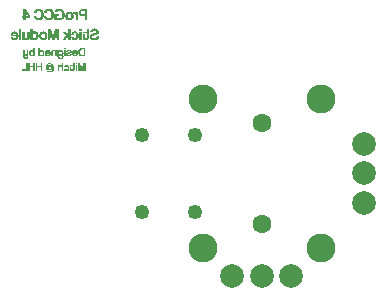
<source format=gbr>
%TF.GenerationSoftware,KiCad,Pcbnew,8.0.2*%
%TF.CreationDate,2025-05-18T13:49:05-07:00*%
%TF.ProjectId,PGS_Stick_Board,5047535f-5374-4696-936b-5f426f617264,rev?*%
%TF.SameCoordinates,Original*%
%TF.FileFunction,Soldermask,Bot*%
%TF.FilePolarity,Negative*%
%FSLAX46Y46*%
G04 Gerber Fmt 4.6, Leading zero omitted, Abs format (unit mm)*
G04 Created by KiCad (PCBNEW 8.0.2) date 2025-05-18 13:49:05*
%MOMM*%
%LPD*%
G01*
G04 APERTURE LIST*
%ADD10C,0.250000*%
%ADD11C,0.187500*%
%ADD12C,2.450000*%
%ADD13C,1.600000*%
%ADD14C,1.250000*%
%ADD15C,2.000000*%
G04 APERTURE END LIST*
D10*
G36*
X36462602Y-35470000D02*
G01*
X36252309Y-35470000D01*
X36252309Y-35141737D01*
X36044458Y-35141737D01*
X35994072Y-35138473D01*
X35932679Y-35124438D01*
X35878501Y-35100188D01*
X35832193Y-35066651D01*
X35794410Y-35024753D01*
X35765810Y-34975421D01*
X35747045Y-34919584D01*
X35738773Y-34858168D01*
X35738422Y-34842051D01*
X35738918Y-34836434D01*
X35924779Y-34836434D01*
X35933072Y-34890285D01*
X35959431Y-34931841D01*
X36006077Y-34958605D01*
X36055712Y-34967469D01*
X36075233Y-34968080D01*
X36252309Y-34968080D01*
X36252309Y-34708939D01*
X36075233Y-34708939D01*
X36021169Y-34714279D01*
X35974427Y-34732924D01*
X35940720Y-34768294D01*
X35925913Y-34815962D01*
X35924779Y-34836434D01*
X35738918Y-34836434D01*
X35743958Y-34779366D01*
X35760136Y-34721082D01*
X35786309Y-34668420D01*
X35821831Y-34622599D01*
X35866053Y-34584838D01*
X35918329Y-34556356D01*
X35978013Y-34538372D01*
X36027248Y-34532508D01*
X36044458Y-34532107D01*
X36462602Y-34532107D01*
X36462602Y-35470000D01*
G37*
G36*
X35513230Y-35470000D02*
G01*
X35513230Y-35106322D01*
X35507914Y-35052240D01*
X35487938Y-35003693D01*
X35446232Y-34967060D01*
X35392569Y-34951187D01*
X35354472Y-34948785D01*
X35305522Y-34952969D01*
X35296342Y-34954403D01*
X35296342Y-34750949D01*
X35327849Y-34750949D01*
X35383403Y-34753505D01*
X35436324Y-34764626D01*
X35484161Y-34789485D01*
X35519923Y-34826576D01*
X35524465Y-34833258D01*
X35524465Y-34766580D01*
X35710822Y-34766580D01*
X35710822Y-35470000D01*
X35513230Y-35470000D01*
G37*
G36*
X35017025Y-34754812D02*
G01*
X35072624Y-34766139D01*
X35123349Y-34784538D01*
X35168909Y-34809617D01*
X35209011Y-34840983D01*
X35243363Y-34878243D01*
X35271673Y-34921006D01*
X35293648Y-34968878D01*
X35308996Y-35021468D01*
X35317425Y-35078382D01*
X35319057Y-35118534D01*
X35315507Y-35177030D01*
X35305011Y-35231862D01*
X35287795Y-35282574D01*
X35264085Y-35328710D01*
X35234109Y-35369813D01*
X35198094Y-35405426D01*
X35156267Y-35435094D01*
X35108855Y-35458360D01*
X35056085Y-35474767D01*
X34998184Y-35483859D01*
X34956845Y-35485631D01*
X34897732Y-35481774D01*
X34843013Y-35470465D01*
X34792997Y-35452094D01*
X34747995Y-35427053D01*
X34708318Y-35395733D01*
X34674275Y-35358525D01*
X34646177Y-35315820D01*
X34624335Y-35268011D01*
X34609058Y-35215487D01*
X34600656Y-35158640D01*
X34599029Y-35118534D01*
X34798087Y-35118534D01*
X34801892Y-35176668D01*
X34813361Y-35224552D01*
X34837349Y-35268713D01*
X34879604Y-35302249D01*
X34928209Y-35315899D01*
X34956845Y-35317592D01*
X35011221Y-35310796D01*
X35060124Y-35285434D01*
X35093578Y-35240873D01*
X35110119Y-35187059D01*
X35115451Y-35130988D01*
X35115602Y-35118534D01*
X35111797Y-35060480D01*
X35100328Y-35012799D01*
X35076340Y-34968966D01*
X35034085Y-34935805D01*
X34985480Y-34922360D01*
X34956845Y-34920697D01*
X34902468Y-34927380D01*
X34853565Y-34952415D01*
X34820111Y-34996582D01*
X34803570Y-35050121D01*
X34798238Y-35106083D01*
X34798087Y-35118534D01*
X34599029Y-35118534D01*
X34602639Y-35058616D01*
X34613276Y-35002894D01*
X34630651Y-34951738D01*
X34654477Y-34905520D01*
X34684464Y-34864611D01*
X34720324Y-34829380D01*
X34761769Y-34800198D01*
X34808509Y-34777437D01*
X34860256Y-34761467D01*
X34916722Y-34752659D01*
X34956845Y-34750949D01*
X35017025Y-34754812D01*
G37*
G36*
X33683851Y-35469267D02*
G01*
X33683851Y-34955136D01*
X34087340Y-34955136D01*
X34087340Y-35126106D01*
X33881443Y-35126106D01*
X33891008Y-35182910D01*
X33917984Y-35233915D01*
X33951902Y-35269739D01*
X33994628Y-35297563D01*
X34044668Y-35315581D01*
X34100529Y-35321988D01*
X34161615Y-35314547D01*
X34213552Y-35293645D01*
X34256652Y-35261414D01*
X34291222Y-35219986D01*
X34317571Y-35171495D01*
X34336010Y-35118072D01*
X34346846Y-35061850D01*
X34350390Y-35004961D01*
X34347807Y-34947337D01*
X34340214Y-34895126D01*
X34322698Y-34834029D01*
X34297235Y-34782786D01*
X34264377Y-34741530D01*
X34224672Y-34710391D01*
X34178671Y-34689503D01*
X34126922Y-34678995D01*
X34099064Y-34677676D01*
X34042554Y-34684254D01*
X33991760Y-34702895D01*
X33949203Y-34731955D01*
X33917404Y-34769793D01*
X33897266Y-34822841D01*
X33896098Y-34831060D01*
X33684584Y-34831060D01*
X33692919Y-34777877D01*
X33709174Y-34728210D01*
X33732793Y-34682435D01*
X33763220Y-34640926D01*
X33799901Y-34604056D01*
X33842280Y-34572201D01*
X33889801Y-34545735D01*
X33941909Y-34525032D01*
X33998048Y-34510465D01*
X34057663Y-34502411D01*
X34099064Y-34500844D01*
X34154526Y-34503426D01*
X34206593Y-34510999D01*
X34255237Y-34523305D01*
X34321733Y-34550075D01*
X34380388Y-34586045D01*
X34431120Y-34630343D01*
X34473842Y-34682099D01*
X34508472Y-34740443D01*
X34534923Y-34804503D01*
X34553111Y-34873409D01*
X34562953Y-34946290D01*
X34564835Y-34996657D01*
X34560477Y-35069271D01*
X34547646Y-35139907D01*
X34526704Y-35207438D01*
X34498013Y-35270735D01*
X34461936Y-35328670D01*
X34418834Y-35380117D01*
X34369069Y-35423947D01*
X34313005Y-35459031D01*
X34251003Y-35484244D01*
X34183426Y-35498456D01*
X34135456Y-35501263D01*
X34076524Y-35497904D01*
X34021739Y-35488415D01*
X33972418Y-35473681D01*
X33922305Y-35450319D01*
X33879228Y-35417160D01*
X33863369Y-35396238D01*
X33860194Y-35470000D01*
X33683851Y-35469267D01*
G37*
G36*
X33006077Y-35136608D02*
G01*
X33021867Y-35187933D01*
X33048497Y-35238339D01*
X33083763Y-35276387D01*
X33127935Y-35301915D01*
X33181285Y-35314758D01*
X33211485Y-35316371D01*
X33263033Y-35311046D01*
X33317663Y-35289765D01*
X33361456Y-35252847D01*
X33394473Y-35200944D01*
X33413169Y-35149073D01*
X33425039Y-35088365D01*
X33429482Y-35037237D01*
X33430327Y-35000565D01*
X33428416Y-34946942D01*
X33422644Y-34897752D01*
X33408830Y-34839381D01*
X33387890Y-34789654D01*
X33359674Y-34749006D01*
X33313945Y-34711625D01*
X33256325Y-34689960D01*
X33201471Y-34684515D01*
X33152498Y-34690674D01*
X33100458Y-34713026D01*
X33062021Y-34744675D01*
X33030940Y-34787385D01*
X33008790Y-34840711D01*
X33006077Y-34850600D01*
X32796761Y-34850600D01*
X32805632Y-34796482D01*
X32821233Y-34745221D01*
X32843327Y-34697355D01*
X32871675Y-34653424D01*
X32906040Y-34613965D01*
X32946183Y-34579518D01*
X32991867Y-34550620D01*
X33042855Y-34527810D01*
X33098907Y-34511627D01*
X33159786Y-34502609D01*
X33202937Y-34500844D01*
X33252321Y-34503129D01*
X33321829Y-34514943D01*
X33385539Y-34536473D01*
X33443091Y-34567328D01*
X33494130Y-34607117D01*
X33538297Y-34655449D01*
X33575235Y-34711933D01*
X33604587Y-34776176D01*
X33619764Y-34823123D01*
X33631304Y-34873229D01*
X33639102Y-34926379D01*
X33643052Y-34982456D01*
X33643551Y-35011556D01*
X33641343Y-35069582D01*
X33634852Y-35124110D01*
X33624277Y-35175107D01*
X33609819Y-35222540D01*
X33581283Y-35286928D01*
X33545128Y-35343104D01*
X33502027Y-35390952D01*
X33452653Y-35430358D01*
X33397677Y-35461207D01*
X33337772Y-35483384D01*
X33273612Y-35496774D01*
X33205868Y-35501263D01*
X33146173Y-35497525D01*
X33090317Y-35486531D01*
X33038492Y-35468613D01*
X32990892Y-35444101D01*
X32947710Y-35413326D01*
X32909138Y-35376620D01*
X32875371Y-35334312D01*
X32846602Y-35286733D01*
X32823023Y-35234216D01*
X32804827Y-35177089D01*
X32795784Y-35136608D01*
X33006077Y-35136608D01*
G37*
G36*
X32148296Y-35136608D02*
G01*
X32164086Y-35187933D01*
X32190716Y-35238339D01*
X32225982Y-35276387D01*
X32270154Y-35301915D01*
X32323504Y-35314758D01*
X32353704Y-35316371D01*
X32405252Y-35311046D01*
X32459882Y-35289765D01*
X32503675Y-35252847D01*
X32536692Y-35200944D01*
X32555388Y-35149073D01*
X32567258Y-35088365D01*
X32571701Y-35037237D01*
X32572546Y-35000565D01*
X32570636Y-34946942D01*
X32564863Y-34897752D01*
X32551049Y-34839381D01*
X32530109Y-34789654D01*
X32501893Y-34749006D01*
X32456164Y-34711625D01*
X32398544Y-34689960D01*
X32343690Y-34684515D01*
X32294717Y-34690674D01*
X32242677Y-34713026D01*
X32204240Y-34744675D01*
X32173159Y-34787385D01*
X32151009Y-34840711D01*
X32148296Y-34850600D01*
X31938980Y-34850600D01*
X31947851Y-34796482D01*
X31963452Y-34745221D01*
X31985546Y-34697355D01*
X32013894Y-34653424D01*
X32048259Y-34613965D01*
X32088402Y-34579518D01*
X32134087Y-34550620D01*
X32185074Y-34527810D01*
X32241126Y-34511627D01*
X32302005Y-34502609D01*
X32345156Y-34500844D01*
X32394540Y-34503129D01*
X32464049Y-34514943D01*
X32527758Y-34536473D01*
X32585310Y-34567328D01*
X32636349Y-34607117D01*
X32680516Y-34655449D01*
X32717454Y-34711933D01*
X32746806Y-34776176D01*
X32761983Y-34823123D01*
X32773523Y-34873229D01*
X32781321Y-34926379D01*
X32785271Y-34982456D01*
X32785770Y-35011556D01*
X32783562Y-35069582D01*
X32777071Y-35124110D01*
X32766497Y-35175107D01*
X32752038Y-35222540D01*
X32723502Y-35286928D01*
X32687347Y-35343104D01*
X32644246Y-35390952D01*
X32594872Y-35430358D01*
X32539896Y-35461207D01*
X32479991Y-35483384D01*
X32415831Y-35496774D01*
X32348087Y-35501263D01*
X32288392Y-35497525D01*
X32232536Y-35486531D01*
X32180711Y-35468613D01*
X32133111Y-35444101D01*
X32089929Y-35413326D01*
X32051357Y-35376620D01*
X32017590Y-35334312D01*
X31988821Y-35286733D01*
X31965242Y-35234216D01*
X31947047Y-35177089D01*
X31938003Y-35136608D01*
X32148296Y-35136608D01*
G37*
G36*
X31606321Y-35099727D02*
G01*
X31606321Y-35267522D01*
X31245086Y-35267522D01*
X31245086Y-35470000D01*
X31047249Y-35470000D01*
X31047249Y-35267522D01*
X30942225Y-35267522D01*
X30942225Y-35110474D01*
X31047249Y-35110474D01*
X31240690Y-35110474D01*
X31409706Y-35110474D01*
X31240690Y-34823244D01*
X31240690Y-35110474D01*
X31047249Y-35110474D01*
X31047249Y-34532107D01*
X31263893Y-34532107D01*
X31606321Y-35099727D01*
G37*
G36*
X36709532Y-36500069D02*
G01*
X36714965Y-36448906D01*
X36727055Y-36401045D01*
X36753306Y-36343020D01*
X36790851Y-36292431D01*
X36839381Y-36250176D01*
X36882802Y-36224493D01*
X36932098Y-36204379D01*
X36987138Y-36190212D01*
X37047793Y-36182371D01*
X37091283Y-36180844D01*
X37153088Y-36184044D01*
X37208930Y-36193381D01*
X37258783Y-36208464D01*
X37315895Y-36236833D01*
X37362256Y-36273788D01*
X37397805Y-36318398D01*
X37422483Y-36369735D01*
X37436230Y-36426866D01*
X37439329Y-36472958D01*
X37435081Y-36525308D01*
X37419138Y-36579376D01*
X37391982Y-36624808D01*
X37354271Y-36662569D01*
X37306662Y-36693626D01*
X37279350Y-36706943D01*
X37227330Y-36727013D01*
X37176975Y-36742158D01*
X37128621Y-36754407D01*
X37074138Y-36766867D01*
X37023140Y-36778018D01*
X36968208Y-36792722D01*
X36919747Y-36815801D01*
X36889112Y-36855573D01*
X36884898Y-36886706D01*
X36896118Y-36938554D01*
X36929228Y-36976892D01*
X36975508Y-36998528D01*
X37027596Y-37007664D01*
X37057822Y-37008827D01*
X37111487Y-37004896D01*
X37165904Y-36990032D01*
X37208539Y-36964493D01*
X37242126Y-36921758D01*
X37255986Y-36874513D01*
X37257368Y-36856664D01*
X37460578Y-36856664D01*
X37455176Y-36915294D01*
X37441753Y-36967974D01*
X37420776Y-37014745D01*
X37392714Y-37055647D01*
X37358033Y-37090718D01*
X37317200Y-37120000D01*
X37270683Y-37143532D01*
X37218950Y-37161353D01*
X37162467Y-37173504D01*
X37101702Y-37180024D01*
X37059043Y-37181263D01*
X36999073Y-37178761D01*
X36942729Y-37171197D01*
X36890507Y-37158477D01*
X36842904Y-37140510D01*
X36787476Y-37108234D01*
X36742317Y-37066249D01*
X36708604Y-37014338D01*
X36687514Y-36952283D01*
X36680687Y-36898954D01*
X36680223Y-36879867D01*
X36685007Y-36822452D01*
X36698532Y-36774690D01*
X36724553Y-36728497D01*
X36759229Y-36692557D01*
X36800416Y-36664879D01*
X36830432Y-36650034D01*
X36880459Y-36630589D01*
X36929530Y-36614949D01*
X36982990Y-36600034D01*
X37039582Y-36585630D01*
X37088230Y-36573865D01*
X37107892Y-36569190D01*
X37158357Y-36554757D01*
X37206215Y-36532432D01*
X37240363Y-36492906D01*
X37245889Y-36460502D01*
X37233484Y-36412875D01*
X37196029Y-36380108D01*
X37149350Y-36365355D01*
X37096977Y-36360465D01*
X37087131Y-36360362D01*
X37037694Y-36363491D01*
X36989783Y-36375810D01*
X36948645Y-36402673D01*
X36922234Y-36443807D01*
X36909322Y-36500069D01*
X36709532Y-36500069D01*
G37*
G36*
X36254263Y-36866434D02*
G01*
X36260029Y-36920774D01*
X36284301Y-36967498D01*
X36328992Y-36989956D01*
X36352937Y-36991974D01*
X36402128Y-36981540D01*
X36437807Y-36941134D01*
X36448834Y-36893309D01*
X36450146Y-36863747D01*
X36450146Y-36591172D01*
X36069127Y-36591172D01*
X36069127Y-36446580D01*
X36450146Y-36446580D01*
X36450146Y-36259002D01*
X36644807Y-36259002D01*
X36644807Y-36881821D01*
X36640837Y-36936932D01*
X36628611Y-36989227D01*
X36607661Y-37037308D01*
X36577518Y-37079780D01*
X36537713Y-37115245D01*
X36487774Y-37142306D01*
X36427235Y-37159567D01*
X36374590Y-37165241D01*
X36355624Y-37165631D01*
X36302618Y-37162153D01*
X36240860Y-37147443D01*
X36189040Y-37122561D01*
X36146882Y-37088970D01*
X36114113Y-37048133D01*
X36090456Y-37001511D01*
X36075639Y-36950569D01*
X36069385Y-36896768D01*
X36069127Y-36883042D01*
X36069127Y-36681053D01*
X36254263Y-36681053D01*
X36254263Y-36866434D01*
G37*
G36*
X35809008Y-37150000D02*
G01*
X35809008Y-36446580D01*
X36006601Y-36446580D01*
X36006601Y-37150000D01*
X35809008Y-37150000D01*
G37*
G36*
X35809008Y-36381612D02*
G01*
X35809008Y-36196475D01*
X36006601Y-36196475D01*
X36006601Y-36381612D01*
X35809008Y-36381612D01*
G37*
G36*
X35304647Y-36882798D02*
G01*
X35317935Y-36933707D01*
X35349459Y-36972939D01*
X35395206Y-36993696D01*
X35431897Y-36997592D01*
X35480452Y-36984876D01*
X35520832Y-36946057D01*
X35542984Y-36899206D01*
X35554553Y-36848207D01*
X35558489Y-36799406D01*
X35558659Y-36786078D01*
X35556027Y-36736693D01*
X35545841Y-36687111D01*
X35520405Y-36638097D01*
X35478391Y-36607166D01*
X35426280Y-36598011D01*
X35375503Y-36607072D01*
X35332488Y-36638208D01*
X35308477Y-36684942D01*
X35302937Y-36711339D01*
X35104368Y-36711339D01*
X35114110Y-36649293D01*
X35133902Y-36594061D01*
X35163053Y-36546093D01*
X35200874Y-36505840D01*
X35246675Y-36473749D01*
X35299766Y-36450270D01*
X35359457Y-36435854D01*
X35408142Y-36431259D01*
X35425059Y-36430949D01*
X35478512Y-36433923D01*
X35528317Y-36442924D01*
X35588440Y-36464493D01*
X35640620Y-36497245D01*
X35684022Y-36541449D01*
X35717815Y-36597374D01*
X35736351Y-36647171D01*
X35748663Y-36703826D01*
X35754397Y-36767452D01*
X35754786Y-36790230D01*
X35751333Y-36856434D01*
X35741222Y-36916387D01*
X35724830Y-36970030D01*
X35702532Y-37017308D01*
X35674704Y-37058164D01*
X35629646Y-37102550D01*
X35576314Y-37135284D01*
X35515598Y-37156230D01*
X35465751Y-37164123D01*
X35430676Y-37165631D01*
X35368822Y-37160511D01*
X35311184Y-37145550D01*
X35258681Y-37121350D01*
X35212231Y-37088511D01*
X35172754Y-37047636D01*
X35141168Y-36999325D01*
X35118392Y-36944178D01*
X35105345Y-36882798D01*
X35304647Y-36882798D01*
G37*
G36*
X34420976Y-37150000D02*
G01*
X34649832Y-36708653D01*
X34410474Y-36446580D01*
X34654717Y-36446580D01*
X34870139Y-36694975D01*
X34870139Y-36196475D01*
X35068953Y-36196475D01*
X35068953Y-37150000D01*
X34870139Y-37150000D01*
X34870139Y-36927494D01*
X34791737Y-36846894D01*
X34643237Y-37150000D01*
X34420976Y-37150000D01*
G37*
G36*
X33142853Y-37150000D02*
G01*
X33142853Y-36212107D01*
X33436678Y-36212107D01*
X33598611Y-36863991D01*
X33760544Y-36212107D01*
X34060230Y-36212107D01*
X34060230Y-37150000D01*
X33863858Y-37150000D01*
X33871674Y-36513258D01*
X33705345Y-37150000D01*
X33500425Y-37150000D01*
X33332630Y-36510327D01*
X33340446Y-37150000D01*
X33142853Y-37150000D01*
G37*
G36*
X32796369Y-36434812D02*
G01*
X32851968Y-36446139D01*
X32902694Y-36464538D01*
X32948254Y-36489617D01*
X32988356Y-36520983D01*
X33022708Y-36558243D01*
X33051017Y-36601006D01*
X33072992Y-36648878D01*
X33088341Y-36701468D01*
X33096770Y-36758382D01*
X33098401Y-36798534D01*
X33094852Y-36857030D01*
X33084356Y-36911862D01*
X33067139Y-36962574D01*
X33043429Y-37008710D01*
X33013454Y-37049813D01*
X32977439Y-37085426D01*
X32935612Y-37115094D01*
X32888200Y-37138360D01*
X32835430Y-37154767D01*
X32777528Y-37163859D01*
X32736189Y-37165631D01*
X32677077Y-37161774D01*
X32622357Y-37150465D01*
X32572342Y-37132094D01*
X32527340Y-37107053D01*
X32487663Y-37075733D01*
X32453620Y-37038525D01*
X32425522Y-36995820D01*
X32403679Y-36948011D01*
X32388402Y-36895487D01*
X32380001Y-36838640D01*
X32378373Y-36798534D01*
X32577431Y-36798534D01*
X32581237Y-36856668D01*
X32592705Y-36904552D01*
X32616693Y-36948713D01*
X32658949Y-36982249D01*
X32707554Y-36995899D01*
X32736189Y-36997592D01*
X32790565Y-36990796D01*
X32839468Y-36965434D01*
X32872922Y-36920873D01*
X32889463Y-36867059D01*
X32894795Y-36810988D01*
X32894947Y-36798534D01*
X32891141Y-36740480D01*
X32879673Y-36692799D01*
X32855685Y-36648966D01*
X32813429Y-36615805D01*
X32764824Y-36602360D01*
X32736189Y-36600697D01*
X32681813Y-36607380D01*
X32632910Y-36632415D01*
X32599456Y-36676582D01*
X32582915Y-36730121D01*
X32577583Y-36786083D01*
X32577431Y-36798534D01*
X32378373Y-36798534D01*
X32381983Y-36738616D01*
X32392620Y-36682894D01*
X32409996Y-36631738D01*
X32433822Y-36585520D01*
X32463809Y-36544611D01*
X32499669Y-36509380D01*
X32541113Y-36480198D01*
X32587854Y-36457437D01*
X32639601Y-36441467D01*
X32696066Y-36432659D01*
X32736189Y-36430949D01*
X32796369Y-36434812D01*
G37*
G36*
X31855449Y-36522295D02*
G01*
X31890155Y-36485045D01*
X31935439Y-36456197D01*
X31982624Y-36439271D01*
X32035871Y-36431376D01*
X32052065Y-36430949D01*
X32101224Y-36434889D01*
X32160490Y-36451830D01*
X32212190Y-36481107D01*
X32255903Y-36521602D01*
X32291203Y-36572199D01*
X32317668Y-36631782D01*
X32331463Y-36681694D01*
X32339871Y-36735563D01*
X32342714Y-36792916D01*
X32339380Y-36855444D01*
X32329646Y-36913021D01*
X32313910Y-36965385D01*
X32292572Y-37012276D01*
X32266033Y-37053429D01*
X32223246Y-37098925D01*
X32172869Y-37133135D01*
X32115849Y-37155440D01*
X32053135Y-37165217D01*
X32036678Y-37165631D01*
X31983052Y-37160982D01*
X31935811Y-37147790D01*
X31891176Y-37123711D01*
X31855023Y-37087167D01*
X31852030Y-37082588D01*
X31851297Y-37150000D01*
X31660544Y-37150000D01*
X31660544Y-36814898D01*
X31848366Y-36814898D01*
X31852819Y-36864406D01*
X31868968Y-36915527D01*
X31900574Y-36961799D01*
X31943368Y-36991351D01*
X31994668Y-37001744D01*
X32047584Y-36990798D01*
X32090780Y-36959617D01*
X32118440Y-36918668D01*
X32136027Y-36866243D01*
X32142014Y-36814919D01*
X32142190Y-36803907D01*
X32138754Y-36745027D01*
X32128297Y-36696509D01*
X32106165Y-36651744D01*
X32066642Y-36617732D01*
X32011781Y-36602926D01*
X31993202Y-36602163D01*
X31943920Y-36609363D01*
X31899357Y-36636315D01*
X31868691Y-36683831D01*
X31853444Y-36741392D01*
X31848507Y-36801524D01*
X31848366Y-36814898D01*
X31660544Y-36814898D01*
X31660544Y-36196475D01*
X31855449Y-36196475D01*
X31855449Y-36522295D01*
G37*
G36*
X30961032Y-37147557D02*
G01*
X30961032Y-36446580D01*
X31157159Y-36446580D01*
X31157159Y-36849581D01*
X31163625Y-36902851D01*
X31186743Y-36951457D01*
X31226461Y-36984009D01*
X31274689Y-36996893D01*
X31290760Y-36997592D01*
X31343820Y-36988586D01*
X31381737Y-36956488D01*
X31397569Y-36906430D01*
X31399204Y-36877424D01*
X31399204Y-36446580D01*
X31596796Y-36446580D01*
X31596796Y-36905268D01*
X31592187Y-36960564D01*
X31578837Y-37010762D01*
X31557461Y-37055161D01*
X31520545Y-37101437D01*
X31473604Y-37136187D01*
X31418037Y-37158042D01*
X31368311Y-37165320D01*
X31355240Y-37165631D01*
X31303027Y-37161720D01*
X31249016Y-37148004D01*
X31203552Y-37125643D01*
X31163553Y-37091136D01*
X31148855Y-37070865D01*
X31148855Y-37150000D01*
X30961032Y-37147557D01*
G37*
G36*
X30699692Y-37150000D02*
G01*
X30699692Y-36196475D01*
X30897285Y-36196475D01*
X30897285Y-37150000D01*
X30699692Y-37150000D01*
G37*
G36*
X30370893Y-36434637D02*
G01*
X30424113Y-36445464D01*
X30472286Y-36463073D01*
X30515225Y-36487105D01*
X30564015Y-36528524D01*
X30602731Y-36579879D01*
X30624890Y-36624408D01*
X30640949Y-36673693D01*
X30650720Y-36727376D01*
X30654019Y-36785101D01*
X30650874Y-36852222D01*
X30641461Y-36913001D01*
X30625807Y-36967381D01*
X30603941Y-37015305D01*
X30575894Y-37056717D01*
X30528930Y-37101704D01*
X30486569Y-37127699D01*
X30438122Y-37146993D01*
X30383619Y-37159528D01*
X30323088Y-37165249D01*
X30301576Y-37165631D01*
X30247090Y-37161783D01*
X30196052Y-37150324D01*
X30148936Y-37131383D01*
X30106213Y-37105089D01*
X30068355Y-37071571D01*
X30035836Y-37030958D01*
X30009128Y-36983378D01*
X29988701Y-36928960D01*
X30192888Y-36928960D01*
X30217542Y-36972437D01*
X30260373Y-36998235D01*
X30310125Y-37005896D01*
X30361961Y-36997393D01*
X30408602Y-36968595D01*
X30437132Y-36928939D01*
X30453027Y-36877880D01*
X30455694Y-36853000D01*
X29981618Y-36853000D01*
X29982976Y-36802174D01*
X29990066Y-36731984D01*
X29992022Y-36722575D01*
X30185073Y-36722575D01*
X30450076Y-36722575D01*
X30439322Y-36673855D01*
X30412454Y-36630635D01*
X30367610Y-36600060D01*
X30318429Y-36590928D01*
X30268913Y-36599201D01*
X30222454Y-36628211D01*
X30194776Y-36671409D01*
X30185073Y-36722575D01*
X29992022Y-36722575D01*
X30003142Y-36669074D01*
X30022117Y-36613470D01*
X30046904Y-36565198D01*
X30077416Y-36524283D01*
X30113567Y-36490750D01*
X30155268Y-36464625D01*
X30202434Y-36445933D01*
X30254978Y-36434699D01*
X30312812Y-36430949D01*
X30370893Y-36434637D01*
G37*
D11*
G36*
X36311561Y-38532500D02*
G01*
X36013706Y-38532500D01*
X35963758Y-38528689D01*
X35917266Y-38517529D01*
X35874550Y-38499427D01*
X35835927Y-38474791D01*
X35801715Y-38444028D01*
X35772232Y-38407545D01*
X35747796Y-38365751D01*
X35728724Y-38319052D01*
X35715334Y-38267857D01*
X35709722Y-38231430D01*
X35706871Y-38193306D01*
X35706510Y-38173646D01*
X35867344Y-38173646D01*
X35868728Y-38214797D01*
X35872946Y-38251814D01*
X35883152Y-38294771D01*
X35898814Y-38330455D01*
X35926428Y-38364904D01*
X35963403Y-38388149D01*
X36000037Y-38398738D01*
X36043199Y-38402257D01*
X36158054Y-38402257D01*
X36158054Y-37961704D01*
X36055655Y-37961704D01*
X36008224Y-37964515D01*
X35968426Y-37973233D01*
X35928799Y-37993093D01*
X35899680Y-38023692D01*
X35880282Y-38065870D01*
X35871232Y-38108513D01*
X35867953Y-38145968D01*
X35867344Y-38173646D01*
X35706510Y-38173646D01*
X35708106Y-38134819D01*
X35712811Y-38097937D01*
X35725426Y-38046430D01*
X35744338Y-37999734D01*
X35769130Y-37958109D01*
X35799383Y-37921816D01*
X35834679Y-37891117D01*
X35874599Y-37866271D01*
X35918724Y-37847540D01*
X35966637Y-37835185D01*
X36017918Y-37829466D01*
X36035688Y-37829080D01*
X36311561Y-37829080D01*
X36311561Y-38532500D01*
G37*
G36*
X35470902Y-37995978D02*
G01*
X35510817Y-38004098D01*
X35546946Y-38017305D01*
X35579151Y-38035329D01*
X35615743Y-38066393D01*
X35644780Y-38104909D01*
X35661400Y-38138306D01*
X35673443Y-38175270D01*
X35680772Y-38215532D01*
X35683246Y-38258825D01*
X35680888Y-38309166D01*
X35673827Y-38354750D01*
X35662087Y-38395535D01*
X35645688Y-38431478D01*
X35624652Y-38462537D01*
X35589429Y-38496278D01*
X35557658Y-38515774D01*
X35521324Y-38530245D01*
X35480446Y-38539646D01*
X35435048Y-38543936D01*
X35418914Y-38544223D01*
X35378049Y-38541337D01*
X35339771Y-38532743D01*
X35304433Y-38518537D01*
X35272391Y-38498817D01*
X35243998Y-38473678D01*
X35219609Y-38443218D01*
X35199577Y-38407533D01*
X35184258Y-38366720D01*
X35337398Y-38366720D01*
X35355889Y-38399328D01*
X35388012Y-38418676D01*
X35425325Y-38424422D01*
X35464202Y-38418045D01*
X35499183Y-38396446D01*
X35520581Y-38366704D01*
X35532502Y-38328410D01*
X35534502Y-38309750D01*
X35178945Y-38309750D01*
X35179964Y-38271630D01*
X35185282Y-38218988D01*
X35186749Y-38211931D01*
X35331536Y-38211931D01*
X35530289Y-38211931D01*
X35522223Y-38175391D01*
X35502072Y-38142976D01*
X35468439Y-38120045D01*
X35431554Y-38113196D01*
X35394416Y-38119401D01*
X35359573Y-38141158D01*
X35338814Y-38173557D01*
X35331536Y-38211931D01*
X35186749Y-38211931D01*
X35195088Y-38171805D01*
X35209320Y-38130103D01*
X35227910Y-38093899D01*
X35250794Y-38063212D01*
X35277907Y-38038063D01*
X35309183Y-38018469D01*
X35344558Y-38004449D01*
X35383965Y-37996024D01*
X35427340Y-37993211D01*
X35470902Y-37995978D01*
G37*
G36*
X34689849Y-38174195D02*
G01*
X34695783Y-38132286D01*
X34707815Y-38095762D01*
X34731749Y-38057776D01*
X34765945Y-38028425D01*
X34800962Y-38011242D01*
X34843015Y-37999726D01*
X34892313Y-37993938D01*
X34919743Y-37993211D01*
X34962244Y-37995014D01*
X34999802Y-38000253D01*
X35042477Y-38012147D01*
X35077054Y-38029097D01*
X35109492Y-38056482D01*
X35130666Y-38089657D01*
X35141348Y-38127446D01*
X35143042Y-38151847D01*
X35138437Y-38190026D01*
X35123415Y-38225152D01*
X35096168Y-38256343D01*
X35075081Y-38271648D01*
X35040143Y-38289596D01*
X35001515Y-38303733D01*
X34966324Y-38314057D01*
X34924650Y-38324771D01*
X34901058Y-38330450D01*
X34863393Y-38340721D01*
X34830274Y-38360527D01*
X34822656Y-38382657D01*
X34842127Y-38416030D01*
X34878709Y-38427803D01*
X34908202Y-38429734D01*
X34946377Y-38426055D01*
X34982964Y-38410523D01*
X35005663Y-38379042D01*
X35009502Y-38352981D01*
X35162093Y-38352981D01*
X35157049Y-38393806D01*
X35143863Y-38430776D01*
X35122773Y-38463401D01*
X35094018Y-38491192D01*
X35057835Y-38513659D01*
X35014462Y-38530313D01*
X34977358Y-38538694D01*
X34936445Y-38543323D01*
X34907103Y-38544223D01*
X34866979Y-38542475D01*
X34830433Y-38537311D01*
X34787409Y-38525319D01*
X34751079Y-38507750D01*
X34721635Y-38484887D01*
X34694803Y-38449295D01*
X34679402Y-38406429D01*
X34675561Y-38367269D01*
X34680166Y-38326642D01*
X34696175Y-38289720D01*
X34722774Y-38261625D01*
X34759051Y-38240983D01*
X34764221Y-38238859D01*
X34801749Y-38226513D01*
X34839874Y-38216210D01*
X34875942Y-38206993D01*
X34913706Y-38196975D01*
X34919193Y-38195444D01*
X34954982Y-38184479D01*
X34988251Y-38167210D01*
X34998877Y-38143237D01*
X34975349Y-38113318D01*
X34937444Y-38107242D01*
X34923956Y-38106967D01*
X34885330Y-38110196D01*
X34851137Y-38127843D01*
X34835145Y-38161241D01*
X34832548Y-38175111D01*
X34689849Y-38174195D01*
G37*
G36*
X34497325Y-38532500D02*
G01*
X34497325Y-38004935D01*
X34645519Y-38004935D01*
X34645519Y-38532500D01*
X34497325Y-38532500D01*
G37*
G36*
X34497325Y-37956209D02*
G01*
X34497325Y-37817356D01*
X34645519Y-37817356D01*
X34645519Y-37956209D01*
X34497325Y-37956209D01*
G37*
G36*
X34272594Y-37998325D02*
G01*
X34316026Y-38013167D01*
X34355379Y-38036990D01*
X34389705Y-38069049D01*
X34418055Y-38108595D01*
X34434824Y-38142718D01*
X34447298Y-38180318D01*
X34455076Y-38221080D01*
X34457757Y-38264687D01*
X34456111Y-38302196D01*
X34450998Y-38339059D01*
X34438341Y-38386057D01*
X34418448Y-38429150D01*
X34390705Y-38466762D01*
X34354497Y-38497319D01*
X34321418Y-38514658D01*
X34282972Y-38526477D01*
X34238903Y-38532111D01*
X34222918Y-38532500D01*
X34185656Y-38529693D01*
X34146889Y-38520675D01*
X34111942Y-38505667D01*
X34086997Y-38483040D01*
X34086997Y-38538728D01*
X34094359Y-38579736D01*
X34114867Y-38612181D01*
X34146149Y-38635074D01*
X34185837Y-38647426D01*
X34211377Y-38649370D01*
X34251050Y-38644323D01*
X34286353Y-38626348D01*
X34309452Y-38595598D01*
X34318424Y-38558415D01*
X34318905Y-38546055D01*
X34457757Y-38546055D01*
X34454920Y-38585741D01*
X34446652Y-38622078D01*
X34427810Y-38665111D01*
X34400827Y-38701689D01*
X34366568Y-38731524D01*
X34325898Y-38754329D01*
X34279682Y-38769816D01*
X34241901Y-38776456D01*
X34201852Y-38778696D01*
X34161669Y-38776415D01*
X34123431Y-38769601D01*
X34087576Y-38758303D01*
X34044235Y-38736345D01*
X34006951Y-38706609D01*
X33976761Y-38669207D01*
X33959399Y-38636192D01*
X33947051Y-38598975D01*
X33940155Y-38557603D01*
X33938802Y-38527737D01*
X33938802Y-38279159D01*
X34082784Y-38279159D01*
X34086116Y-38315868D01*
X34098237Y-38353047D01*
X34122059Y-38386015D01*
X34154486Y-38406656D01*
X34193609Y-38413797D01*
X34232929Y-38406221D01*
X34265313Y-38384319D01*
X34288975Y-38349335D01*
X34300965Y-38309877D01*
X34304251Y-38270915D01*
X34301542Y-38226960D01*
X34293421Y-38190957D01*
X34276545Y-38157961D01*
X34247040Y-38133090D01*
X34206987Y-38122355D01*
X34193609Y-38121805D01*
X34155560Y-38127018D01*
X34121408Y-38146680D01*
X34098095Y-38181635D01*
X34086591Y-38224300D01*
X34082889Y-38269150D01*
X34082784Y-38279159D01*
X33938802Y-38279159D01*
X33938802Y-38004935D01*
X34086997Y-38004935D01*
X34086997Y-38054944D01*
X34112363Y-38027790D01*
X34144587Y-38008935D01*
X34184897Y-37996857D01*
X34226032Y-37993211D01*
X34272594Y-37998325D01*
G37*
G36*
X33411055Y-38532500D02*
G01*
X33411055Y-38171081D01*
X33414518Y-38130462D01*
X33424510Y-38094834D01*
X33445267Y-38057518D01*
X33474119Y-38028460D01*
X33509895Y-38007916D01*
X33551426Y-37996143D01*
X33588009Y-37993211D01*
X33625514Y-37995536D01*
X33664700Y-38003856D01*
X33702154Y-38019826D01*
X33733694Y-38044236D01*
X33749209Y-38065385D01*
X33749209Y-38004935D01*
X33890992Y-38004935D01*
X33890992Y-38532500D01*
X33742798Y-38532500D01*
X33742798Y-38231165D01*
X33739437Y-38192420D01*
X33726817Y-38157739D01*
X33700485Y-38131655D01*
X33660941Y-38119646D01*
X33642597Y-38118691D01*
X33603316Y-38122813D01*
X33571625Y-38146734D01*
X33561873Y-38182364D01*
X33560348Y-38214312D01*
X33560348Y-38532500D01*
X33411055Y-38532500D01*
G37*
G36*
X33162807Y-37995978D02*
G01*
X33202722Y-38004098D01*
X33238851Y-38017305D01*
X33271056Y-38035329D01*
X33307648Y-38066393D01*
X33336685Y-38104909D01*
X33353305Y-38138306D01*
X33365349Y-38175270D01*
X33372677Y-38215532D01*
X33375151Y-38258825D01*
X33372793Y-38309166D01*
X33365733Y-38354750D01*
X33353992Y-38395535D01*
X33337593Y-38431478D01*
X33316557Y-38462537D01*
X33281334Y-38496278D01*
X33249564Y-38515774D01*
X33213229Y-38530245D01*
X33172351Y-38539646D01*
X33126953Y-38543936D01*
X33110819Y-38544223D01*
X33069954Y-38541337D01*
X33031676Y-38532743D01*
X32996339Y-38518537D01*
X32964296Y-38498817D01*
X32935904Y-38473678D01*
X32911514Y-38443218D01*
X32891483Y-38407533D01*
X32876163Y-38366720D01*
X33029303Y-38366720D01*
X33047794Y-38399328D01*
X33079917Y-38418676D01*
X33117231Y-38424422D01*
X33156107Y-38418045D01*
X33191089Y-38396446D01*
X33212486Y-38366704D01*
X33224407Y-38328410D01*
X33226407Y-38309750D01*
X32870851Y-38309750D01*
X32871869Y-38271630D01*
X32877187Y-38218988D01*
X32878654Y-38211931D01*
X33023441Y-38211931D01*
X33222194Y-38211931D01*
X33214128Y-38175391D01*
X33193977Y-38142976D01*
X33160344Y-38120045D01*
X33123459Y-38113196D01*
X33086321Y-38119401D01*
X33051478Y-38141158D01*
X33030719Y-38173557D01*
X33023441Y-38211931D01*
X32878654Y-38211931D01*
X32886994Y-38171805D01*
X32901225Y-38130103D01*
X32919815Y-38093899D01*
X32942699Y-38063212D01*
X32969812Y-38038063D01*
X33001088Y-38018469D01*
X33036463Y-38004449D01*
X33075870Y-37996024D01*
X33119246Y-37993211D01*
X33162807Y-37995978D01*
G37*
G36*
X32481039Y-38061721D02*
G01*
X32507068Y-38033783D01*
X32541031Y-38012148D01*
X32576420Y-37999453D01*
X32616355Y-37993532D01*
X32628501Y-37993211D01*
X32665370Y-37996166D01*
X32709819Y-38008873D01*
X32748595Y-38030830D01*
X32781379Y-38061201D01*
X32807854Y-38099149D01*
X32827703Y-38143836D01*
X32838049Y-38181271D01*
X32844356Y-38221672D01*
X32846487Y-38264687D01*
X32843987Y-38311583D01*
X32836686Y-38354765D01*
X32824884Y-38394039D01*
X32808881Y-38429207D01*
X32788976Y-38460072D01*
X32756886Y-38494194D01*
X32719104Y-38519851D01*
X32676339Y-38536580D01*
X32629303Y-38543913D01*
X32616960Y-38544223D01*
X32576741Y-38540736D01*
X32541310Y-38530843D01*
X32507834Y-38512783D01*
X32480719Y-38485375D01*
X32478474Y-38481941D01*
X32477925Y-38532500D01*
X32334860Y-38532500D01*
X32334860Y-38281174D01*
X32475727Y-38281174D01*
X32479066Y-38318304D01*
X32491178Y-38356645D01*
X32514882Y-38391349D01*
X32546978Y-38413513D01*
X32585453Y-38421308D01*
X32625140Y-38413098D01*
X32657537Y-38389713D01*
X32678282Y-38359001D01*
X32691473Y-38319682D01*
X32695963Y-38281189D01*
X32696095Y-38272930D01*
X32693518Y-38228770D01*
X32685675Y-38192381D01*
X32669075Y-38158808D01*
X32639434Y-38133299D01*
X32598287Y-38122194D01*
X32584354Y-38121622D01*
X32547392Y-38127022D01*
X32513970Y-38147236D01*
X32490970Y-38182873D01*
X32479535Y-38226044D01*
X32475832Y-38271143D01*
X32475727Y-38281174D01*
X32334860Y-38281174D01*
X32334860Y-37817356D01*
X32481039Y-37817356D01*
X32481039Y-38061721D01*
G37*
G36*
X32034258Y-38532500D02*
G01*
X31891559Y-38532500D01*
X31890643Y-38483407D01*
X31864914Y-38510623D01*
X31832525Y-38529107D01*
X31792538Y-38540751D01*
X31752340Y-38544223D01*
X31704348Y-38539310D01*
X31660449Y-38524872D01*
X31621354Y-38501362D01*
X31587774Y-38469233D01*
X31560420Y-38428938D01*
X31544416Y-38393631D01*
X31532615Y-38354176D01*
X31525314Y-38310765D01*
X31523308Y-38272930D01*
X31673206Y-38272930D01*
X31676424Y-38312375D01*
X31688226Y-38353014D01*
X31707752Y-38385241D01*
X31738971Y-38410643D01*
X31777777Y-38421135D01*
X31783848Y-38421308D01*
X31822227Y-38413513D01*
X31854268Y-38391349D01*
X31877947Y-38356645D01*
X31890052Y-38318304D01*
X31893391Y-38281174D01*
X31891699Y-38243077D01*
X31884823Y-38202982D01*
X31869584Y-38165682D01*
X31842161Y-38136711D01*
X31804341Y-38122966D01*
X31784947Y-38121622D01*
X31746065Y-38126795D01*
X31711549Y-38146091D01*
X31688275Y-38179975D01*
X31676925Y-38220874D01*
X31673308Y-38263471D01*
X31673206Y-38272930D01*
X31523308Y-38272930D01*
X31522813Y-38263588D01*
X31524945Y-38220854D01*
X31531251Y-38180681D01*
X31541598Y-38143428D01*
X31555850Y-38109453D01*
X31580699Y-38069873D01*
X31611936Y-38037609D01*
X31649243Y-38013510D01*
X31692304Y-37998428D01*
X31740800Y-37993211D01*
X31781830Y-37997031D01*
X31818588Y-38007883D01*
X31854407Y-38027731D01*
X31882554Y-38054220D01*
X31888262Y-38061721D01*
X31888262Y-37817356D01*
X32034258Y-37817356D01*
X32034258Y-38532500D01*
G37*
G36*
X31155350Y-38537812D02*
G01*
X31160962Y-38579372D01*
X31179107Y-38615995D01*
X31210373Y-38641728D01*
X31244010Y-38649370D01*
X31284019Y-38644233D01*
X31317253Y-38626016D01*
X31337526Y-38595006D01*
X31344929Y-38557690D01*
X31345310Y-38545322D01*
X31483979Y-38545322D01*
X31481878Y-38585068D01*
X31475595Y-38621481D01*
X31460764Y-38664630D01*
X31438623Y-38701331D01*
X31409243Y-38731286D01*
X31372693Y-38754196D01*
X31329046Y-38769764D01*
X31291695Y-38776442D01*
X31250421Y-38778696D01*
X31213350Y-38776391D01*
X31166737Y-38766270D01*
X31124233Y-38748325D01*
X31086814Y-38722804D01*
X31055453Y-38689957D01*
X31031127Y-38650032D01*
X31018083Y-38615594D01*
X31009956Y-38577419D01*
X31007156Y-38535614D01*
X31007156Y-38004935D01*
X31155350Y-38004935D01*
X31155350Y-38321290D01*
X31162463Y-38357283D01*
X31185912Y-38388454D01*
X31218454Y-38405577D01*
X31254451Y-38410683D01*
X31294247Y-38403821D01*
X31322684Y-38379694D01*
X31334559Y-38342593D01*
X31335784Y-38321290D01*
X31335784Y-38004935D01*
X31483979Y-38004935D01*
X31483979Y-38340891D01*
X31480135Y-38382100D01*
X31469061Y-38419284D01*
X31451444Y-38451991D01*
X31421268Y-38485886D01*
X31383284Y-38511193D01*
X31348176Y-38524659D01*
X31309616Y-38531609D01*
X31289256Y-38532500D01*
X31247588Y-38528756D01*
X31210355Y-38519068D01*
X31176969Y-38503684D01*
X31155350Y-38483040D01*
X31155350Y-38537812D01*
G37*
G36*
X35671156Y-39792500D02*
G01*
X35671156Y-39089080D01*
X35891524Y-39089080D01*
X36012973Y-39577993D01*
X36134423Y-39089080D01*
X36359188Y-39089080D01*
X36359188Y-39792500D01*
X36211909Y-39792500D01*
X36217771Y-39314944D01*
X36093024Y-39792500D01*
X35939334Y-39792500D01*
X35813488Y-39312745D01*
X35819350Y-39792500D01*
X35671156Y-39792500D01*
G37*
G36*
X35474784Y-39792500D02*
G01*
X35474784Y-39264935D01*
X35622979Y-39264935D01*
X35622979Y-39792500D01*
X35474784Y-39792500D01*
G37*
G36*
X35474784Y-39216209D02*
G01*
X35474784Y-39077356D01*
X35622979Y-39077356D01*
X35622979Y-39216209D01*
X35474784Y-39216209D01*
G37*
G36*
X35131684Y-39579825D02*
G01*
X35136009Y-39620580D01*
X35154212Y-39655623D01*
X35187731Y-39672467D01*
X35205690Y-39673981D01*
X35242583Y-39666155D01*
X35269342Y-39635851D01*
X35277612Y-39599982D01*
X35278596Y-39577810D01*
X35278596Y-39373379D01*
X34992832Y-39373379D01*
X34992832Y-39264935D01*
X35278596Y-39264935D01*
X35278596Y-39124251D01*
X35424592Y-39124251D01*
X35424592Y-39591366D01*
X35421614Y-39632699D01*
X35412445Y-39671920D01*
X35396733Y-39707981D01*
X35374126Y-39739835D01*
X35344271Y-39766433D01*
X35306818Y-39786729D01*
X35261413Y-39799675D01*
X35221929Y-39803931D01*
X35207705Y-39804223D01*
X35167951Y-39801615D01*
X35121632Y-39790582D01*
X35082767Y-39771921D01*
X35051148Y-39746727D01*
X35026571Y-39716099D01*
X35008829Y-39681133D01*
X34997716Y-39642926D01*
X34993025Y-39602576D01*
X34992832Y-39592281D01*
X34992832Y-39440790D01*
X35131684Y-39440790D01*
X35131684Y-39579825D01*
G37*
G36*
X34620972Y-39592098D02*
G01*
X34630939Y-39630280D01*
X34654582Y-39659704D01*
X34688891Y-39675272D01*
X34716410Y-39678194D01*
X34752826Y-39668657D01*
X34783111Y-39639542D01*
X34799725Y-39604404D01*
X34808402Y-39566155D01*
X34811354Y-39529554D01*
X34811482Y-39519558D01*
X34809507Y-39482520D01*
X34801868Y-39445333D01*
X34782791Y-39408573D01*
X34751281Y-39385374D01*
X34712197Y-39378508D01*
X34674115Y-39385304D01*
X34641853Y-39408656D01*
X34623845Y-39443706D01*
X34619690Y-39463504D01*
X34470763Y-39463504D01*
X34478070Y-39416969D01*
X34492914Y-39375545D01*
X34514777Y-39339570D01*
X34543143Y-39309380D01*
X34577493Y-39285311D01*
X34617312Y-39267703D01*
X34662080Y-39256890D01*
X34698594Y-39253444D01*
X34711281Y-39253211D01*
X34751371Y-39255442D01*
X34788725Y-39262193D01*
X34833818Y-39278370D01*
X34872952Y-39302934D01*
X34905504Y-39336087D01*
X34930848Y-39378030D01*
X34944751Y-39415378D01*
X34953984Y-39457869D01*
X34958285Y-39505589D01*
X34958577Y-39522672D01*
X34955987Y-39572326D01*
X34948404Y-39617290D01*
X34936110Y-39657523D01*
X34919386Y-39692981D01*
X34898515Y-39723623D01*
X34864722Y-39756913D01*
X34824723Y-39781463D01*
X34779186Y-39797172D01*
X34741801Y-39803092D01*
X34715494Y-39804223D01*
X34669104Y-39800383D01*
X34625875Y-39789162D01*
X34586498Y-39771012D01*
X34551661Y-39746383D01*
X34522053Y-39715727D01*
X34498363Y-39679493D01*
X34481281Y-39638133D01*
X34471496Y-39592098D01*
X34620972Y-39592098D01*
G37*
G36*
X33964264Y-39792500D02*
G01*
X33964264Y-39423754D01*
X33967790Y-39386185D01*
X33981542Y-39344960D01*
X34004698Y-39310646D01*
X34036203Y-39283817D01*
X34075007Y-39265047D01*
X34110597Y-39256219D01*
X34149645Y-39253211D01*
X34188592Y-39256720D01*
X34224516Y-39265905D01*
X34259861Y-39281105D01*
X34289884Y-39302824D01*
X34296007Y-39311646D01*
X34296007Y-39077356D01*
X34444202Y-39077356D01*
X34444202Y-39792500D01*
X34296007Y-39792500D01*
X34296007Y-39492447D01*
X34291034Y-39451044D01*
X34276315Y-39416177D01*
X34247943Y-39387387D01*
X34213347Y-39374546D01*
X34195807Y-39373196D01*
X34157762Y-39377595D01*
X34127723Y-39398745D01*
X34115264Y-39437321D01*
X34113558Y-39468450D01*
X34113558Y-39792500D01*
X33964264Y-39792500D01*
G37*
G36*
X33341877Y-39125261D02*
G01*
X33382555Y-39130931D01*
X33420908Y-39140181D01*
X33456867Y-39152848D01*
X33490359Y-39168767D01*
X33535817Y-39198389D01*
X33575323Y-39234412D01*
X33608637Y-39276284D01*
X33635518Y-39323454D01*
X33649746Y-39357571D01*
X33660937Y-39393634D01*
X33669018Y-39431479D01*
X33673920Y-39470944D01*
X33675569Y-39511864D01*
X33674048Y-39551050D01*
X33669500Y-39588820D01*
X33661954Y-39625020D01*
X33645070Y-39676043D01*
X33621589Y-39722671D01*
X33591603Y-39764388D01*
X33555201Y-39800674D01*
X33512474Y-39831012D01*
X33463513Y-39854884D01*
X33427454Y-39866951D01*
X33388690Y-39875760D01*
X33347250Y-39881158D01*
X33303160Y-39882991D01*
X33259122Y-39882036D01*
X33218554Y-39879290D01*
X33181370Y-39874935D01*
X33136910Y-39866933D01*
X33098113Y-39856817D01*
X33057276Y-39841849D01*
X33024578Y-39825077D01*
X32999627Y-39807337D01*
X33037546Y-39732233D01*
X33068793Y-39752079D01*
X33108621Y-39768206D01*
X33148005Y-39778659D01*
X33192711Y-39786270D01*
X33232113Y-39790234D01*
X33274588Y-39792245D01*
X33296932Y-39792500D01*
X33345890Y-39789778D01*
X33390663Y-39781700D01*
X33431113Y-39768395D01*
X33467102Y-39749996D01*
X33498494Y-39726630D01*
X33525149Y-39698430D01*
X33546931Y-39665526D01*
X33563702Y-39628048D01*
X33575324Y-39586126D01*
X33581660Y-39539891D01*
X33582879Y-39506735D01*
X33580304Y-39465205D01*
X33572617Y-39424185D01*
X33559871Y-39384456D01*
X33542124Y-39346798D01*
X33519429Y-39311992D01*
X33491842Y-39280819D01*
X33459419Y-39254060D01*
X33422214Y-39232495D01*
X33380283Y-39216904D01*
X33333682Y-39208068D01*
X33300046Y-39206317D01*
X33256455Y-39208132D01*
X33216367Y-39213688D01*
X33179955Y-39223154D01*
X33137418Y-39242147D01*
X33102124Y-39268783D01*
X33074480Y-39303462D01*
X33054890Y-39346580D01*
X33045727Y-39384696D01*
X33041495Y-39427949D01*
X33041210Y-39443538D01*
X33043676Y-39484478D01*
X33052899Y-39527776D01*
X33067561Y-39562405D01*
X33090252Y-39592640D01*
X33124956Y-39613992D01*
X33142509Y-39616645D01*
X33160828Y-39602906D01*
X33154599Y-39567002D01*
X33132675Y-39464237D01*
X33234467Y-39464237D01*
X33237207Y-39504435D01*
X33247354Y-39546073D01*
X33264355Y-39579265D01*
X33291963Y-39605556D01*
X33332469Y-39616645D01*
X33370799Y-39610237D01*
X33398409Y-39581314D01*
X33405169Y-39543863D01*
X33405376Y-39533663D01*
X33403339Y-39496124D01*
X33395429Y-39457345D01*
X33378969Y-39422115D01*
X33351641Y-39395539D01*
X33311976Y-39382685D01*
X33300962Y-39382172D01*
X33263104Y-39392068D01*
X33240960Y-39421339D01*
X33234532Y-39459263D01*
X33234467Y-39464237D01*
X33132675Y-39464237D01*
X33098362Y-39303403D01*
X33192152Y-39303403D01*
X33202227Y-39343703D01*
X33227949Y-39313749D01*
X33263920Y-39298005D01*
X33304259Y-39292779D01*
X33348134Y-39297614D01*
X33387558Y-39311509D01*
X33422101Y-39333544D01*
X33451332Y-39362800D01*
X33474817Y-39398359D01*
X33492127Y-39439301D01*
X33502829Y-39484709D01*
X33506492Y-39533663D01*
X33503013Y-39574786D01*
X33492291Y-39613999D01*
X33473897Y-39649230D01*
X33447405Y-39678409D01*
X33412387Y-39699464D01*
X33368415Y-39710324D01*
X33348223Y-39711350D01*
X33307945Y-39707726D01*
X33270615Y-39695762D01*
X33241118Y-39671660D01*
X33239596Y-39669218D01*
X33215007Y-39696795D01*
X33177472Y-39711189D01*
X33141410Y-39714830D01*
X33099445Y-39707632D01*
X33066289Y-39691663D01*
X33034948Y-39666820D01*
X33006754Y-39633285D01*
X32983041Y-39591244D01*
X32968999Y-39554243D01*
X32958789Y-39512638D01*
X32952974Y-39466508D01*
X32951817Y-39433279D01*
X32953668Y-39393513D01*
X32959091Y-39356744D01*
X32973488Y-39307081D01*
X32994805Y-39263826D01*
X33022372Y-39226778D01*
X33055521Y-39195738D01*
X33093581Y-39170503D01*
X33135885Y-39150873D01*
X33181762Y-39136646D01*
X33230544Y-39127622D01*
X33281560Y-39123599D01*
X33298947Y-39123335D01*
X33341877Y-39125261D01*
G37*
G36*
X32094708Y-39792500D02*
G01*
X32094708Y-39089080D01*
X32253343Y-39089080D01*
X32253343Y-39347001D01*
X32513645Y-39347001D01*
X32513645Y-39089080D01*
X32671365Y-39089080D01*
X32671365Y-39792500D01*
X32513645Y-39792500D01*
X32513645Y-39480540D01*
X32253343Y-39480540D01*
X32253343Y-39792500D01*
X32094708Y-39792500D01*
G37*
G36*
X31478483Y-39792500D02*
G01*
X31478483Y-39089080D01*
X31637119Y-39089080D01*
X31637119Y-39347001D01*
X31897420Y-39347001D01*
X31897420Y-39089080D01*
X32055140Y-39089080D01*
X32055140Y-39792500D01*
X31897420Y-39792500D01*
X31897420Y-39480540D01*
X31637119Y-39480540D01*
X31637119Y-39792500D01*
X31478483Y-39792500D01*
G37*
G36*
X30935714Y-39792500D02*
G01*
X30935714Y-39653831D01*
X31281196Y-39653831D01*
X31281196Y-39089080D01*
X31438915Y-39089080D01*
X31438915Y-39792500D01*
X30935714Y-39792500D01*
G37*
D12*
%TO.C,SW1*%
X46225000Y-42130329D03*
X46225000Y-54780329D03*
D13*
X51225000Y-44155329D03*
X51225000Y-52755329D03*
D12*
X56225000Y-42130329D03*
X56225000Y-54780329D03*
D14*
X45575000Y-45205329D03*
X45575000Y-51705329D03*
X41075000Y-45205329D03*
X41075000Y-51705329D03*
D15*
X48725000Y-57155329D03*
X51225000Y-57155329D03*
X53725000Y-57155329D03*
X59925000Y-50955329D03*
X59925000Y-48455329D03*
X59925000Y-45955329D03*
%TD*%
M02*

</source>
